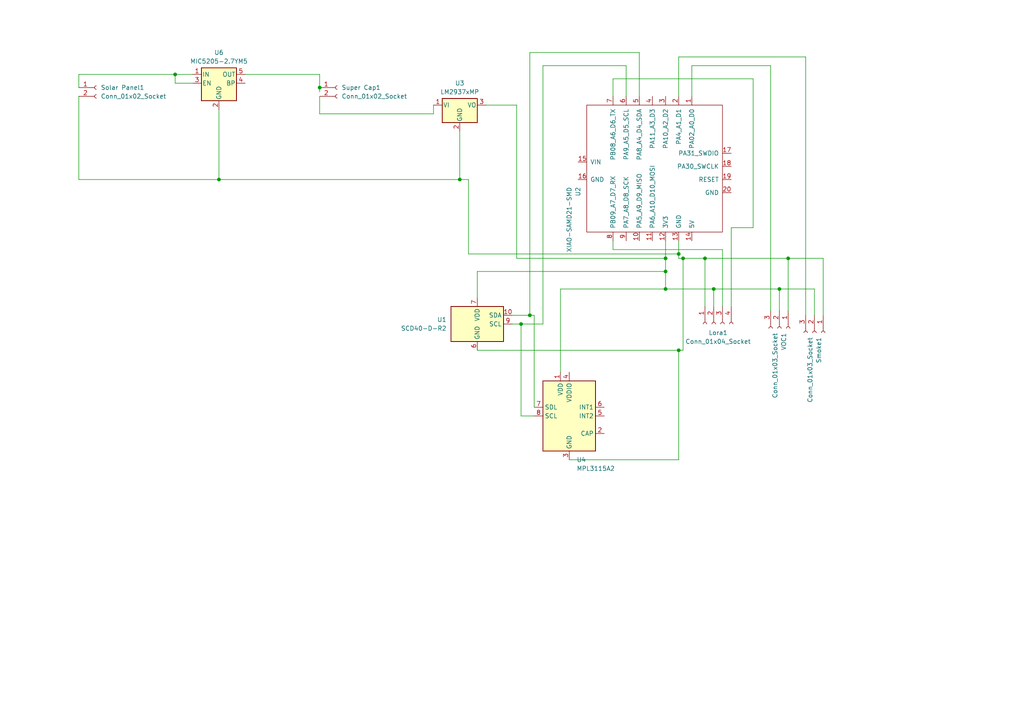
<source format=kicad_sch>
(kicad_sch (version 20250114) (generator "eeschema") (generator_version "9.0")
  (paper "A4")
  (lib_symbols
    (symbol "Connector:Conn_01x02_Socket" (pin_names (offset 1.016) (hide yes))
      (property "Reference" "J" (at 0 2.54 0))
      (property "Value" "Conn_01x02_Socket" (at 0 -5.08 0))
      (symbol "Conn_01x02_Socket_1_1"
        (polyline (pts (xy -1.27 0) (xy -0.508 0)) (stroke (width 0.1524)))
        (polyline (pts (xy -1.27 -2.54) (xy -0.508 -2.54)) (stroke (width 0.1524)))
        (arc (start 0 -0.508) (mid -0.5058 0) (end 0 0.508) (stroke (width 0.1524)))
        (arc (start 0 -3.048) (mid -0.5058 -2.54) (end 0 -2.032) (stroke (width 0.1524)))
        (pin passive line (at -5.08 0 0) (length 3.81) (name "Pin_1") (number "1"))
        (pin passive line (at -5.08 -2.54 0) (length 3.81) (name "Pin_2") (number "2"))
      )
    )
    (symbol "Connector:Conn_01x03_Socket" (pin_names (offset 1.016) (hide yes))
      (property "Reference" "J" (at 0 5.08 0))
      (property "Value" "Conn_01x03_Socket" (at 0 -5.08 0))
      (symbol "Conn_01x03_Socket_1_1"
        (polyline (pts (xy -1.27 2.54) (xy -0.508 2.54)) (stroke (width 0.1524)))
        (polyline (pts (xy -1.27 0) (xy -0.508 0)) (stroke (width 0.1524)))
        (polyline (pts (xy -1.27 -2.54) (xy -0.508 -2.54)) (stroke (width 0.1524)))
        (arc (start 0 2.032) (mid -0.5058 2.54) (end 0 3.048) (stroke (width 0.1524)))
        (arc (start 0 -0.508) (mid -0.5058 0) (end 0 0.508) (stroke (width 0.1524)))
        (arc (start 0 -3.048) (mid -0.5058 -2.54) (end 0 -2.032) (stroke (width 0.1524)))
        (pin passive line (at -5.08 2.54 0) (length 3.81) (name "Pin_1") (number "1"))
        (pin passive line (at -5.08 0 0) (length 3.81) (name "Pin_2") (number "2"))
        (pin passive line (at -5.08 -2.54 0) (length 3.81) (name "Pin_3") (number "3"))
      )
    )
    (symbol "Connector:Conn_01x04_Socket" (pin_names (offset 1.016) (hide yes))
      (property "Reference" "J" (at 0 5.08 0))
      (property "Value" "Conn_01x04_Socket" (at 0 -7.62 0))
      (symbol "Conn_01x04_Socket_1_1"
        (polyline (pts (xy -1.27 2.54) (xy -0.508 2.54)) (stroke (width 0.1524)))
        (polyline (pts (xy -1.27 0) (xy -0.508 0)) (stroke (width 0.1524)))
        (polyline (pts (xy -1.27 -2.54) (xy -0.508 -2.54)) (stroke (width 0.1524)))
        (polyline (pts (xy -1.27 -5.08) (xy -0.508 -5.08)) (stroke (width 0.1524)))
        (arc (start 0 2.032) (mid -0.5058 2.54) (end 0 3.048) (stroke (width 0.1524)))
        (arc (start 0 -0.508) (mid -0.5058 0) (end 0 0.508) (stroke (width 0.1524)))
        (arc (start 0 -3.048) (mid -0.5058 -2.54) (end 0 -2.032) (stroke (width 0.1524)))
        (arc (start 0 -5.588) (mid -0.5058 -5.08) (end 0 -4.572) (stroke (width 0.1524)))
        (pin passive line (at -5.08 2.54 0) (length 3.81) (name "Pin_1") (number "1"))
        (pin passive line (at -5.08 0 0) (length 3.81) (name "Pin_2") (number "2"))
        (pin passive line (at -5.08 -2.54 0) (length 3.81) (name "Pin_3") (number "3"))
        (pin passive line (at -5.08 -5.08 0) (length 3.81) (name "Pin_4") (number "4"))
      )
    )
    (symbol "Regulator_Linear:LM2937xMP" (pin_names (offset 0.254))
      (property "Reference" "U" (at -3.81 3.175 0))
      (property "Value" "LM2937xMP" (at 0 3.175 0))
      (symbol "LM2937xMP_0_1"
        (rectangle (start -5.08 -5.08) (end 5.08 1.905) (stroke (width 0.254)) (fill (type background)))
      )
      (symbol "LM2937xMP_1_1"
        (pin power_in line (at -7.62 0 0) (length 2.54) (name "VI") (number "1"))
        (pin power_in line (at 0 -7.62 90) (length 2.54) (name "GND") (number "2"))
        (pin power_out line (at 7.62 0 180) (length 2.54) (name "VO") (number "3"))
      )
    )
    (symbol "Regulator_Linear:MIC5205-2.7YM5" (pin_names (offset 0.254))
      (property "Reference" "U" (at -3.81 5.715 0))
      (property "Value" "MIC5205-2.7YM5" (at 0 5.715 0))
      (symbol "MIC5205-2.7YM5_0_1"
        (rectangle (start -5.08 4.445) (end 5.08 -5.08) (stroke (width 0.254)) (fill (type background)))
      )
      (symbol "MIC5205-2.7YM5_1_1"
        (pin power_in line (at -7.62 2.54 0) (length 2.54) (name "IN") (number "1"))
        (pin input line (at -7.62 0 0) (length 2.54) (name "EN") (number "3"))
        (pin power_in line (at 0 -7.62 90) (length 2.54) (name "GND") (number "2"))
        (pin power_out line (at 7.62 2.54 180) (length 2.54) (name "OUT") (number "5"))
        (pin input line (at 7.62 0 180) (length 2.54) (name "BP") (number "4"))
      )
    )
    (symbol "Seeed_Studio_XIAO_Series:XIAO-SAMD21-SMD" (pin_names (offset 1.016))
      (property "Reference" "U" (at -18.542 23.114 0))
      (property "Value" "XIAO-SAMD21-SMD" (at -9.906 21.336 0))
      (symbol "XIAO-SAMD21-SMD_0_1"
        (rectangle (start -19.05 20.32) (end 17.78 -19.05))
      )
      (symbol "XIAO-SAMD21-SMD_1_1"
        (pin passive line (at -21.59 11.43 0) (length 2.54) (name "PA02_A0_D0") (number "1"))
        (pin passive line (at -21.59 7.62 0) (length 2.54) (name "PA4_A1_D1") (number "2"))
        (pin passive line (at -21.59 3.81 0) (length 2.54) (name "PA10_A2_D2") (number "3"))
        (pin passive line (at -21.59 0 0) (length 2.54) (name "PA11_A3_D3") (number "4"))
        (pin passive line (at -21.59 -3.81 0) (length 2.54) (name "PA8_A4_D4_SDA") (number "5"))
        (pin passive line (at -21.59 -7.62 0) (length 2.54) (name "PA9_A5_D5_SCL") (number "6"))
        (pin passive line (at -21.59 -11.43 0) (length 2.54) (name "PB08_A6_D6_TX") (number "7"))
        (pin passive line (at -5.08 22.86 270) (length 2.54) (name "PA31_SWDIO") (number "17"))
        (pin passive line (at -2.54 -21.59 90) (length 2.54) (name "VIN") (number "15"))
        (pin passive line (at -1.27 22.86 270) (length 2.54) (name "PA30_SWCLK") (number "18"))
        (pin passive line (at 2.54 22.86 270) (length 2.54) (name "RESET") (number "19"))
        (pin passive line (at 2.54 -21.59 90) (length 2.54) (name "GND") (number "16"))
        (pin passive line (at 6.35 22.86 270) (length 2.54) (name "GND") (number "20"))
        (pin passive line (at 20.32 11.43 180) (length 2.54) (name "5V") (number "14"))
        (pin passive line (at 20.32 7.62 180) (length 2.54) (name "GND") (number "13"))
        (pin passive line (at 20.32 3.81 180) (length 2.54) (name "3V3") (number "12"))
        (pin passive line (at 20.32 0 180) (length 2.54) (name "PA6_A10_D10_MOSI") (number "11"))
        (pin passive line (at 20.32 -3.81 180) (length 2.54) (name "PA5_A9_D9_MISO") (number "10"))
        (pin passive line (at 20.32 -7.62 180) (length 2.54) (name "PA7_A8_D8_SCK") (number "9"))
        (pin passive line (at 20.32 -11.43 180) (length 2.54) (name "PB09_A7_D7_RX") (number "8"))
      )
    )
    (symbol "Sensor_Gas:SCD40-D-R2"
      (property "Reference" "U" (at -7.62 6.35 0))
      (property "Value" "SCD40-D-R2" (at 6.985 6.35 0))
      (symbol "SCD40-D-R2_0_1"
        (rectangle (start 7.62 5.08) (end -7.62 -5.08) (stroke (width 0.254)) (fill (type background)))
      )
      (symbol "SCD40-D-R2_1_1"
        (pin passive line (at 0 7.62 270) (length 2.54) (hide yes) (name "VDD") (number "19"))
        (pin power_in line (at 0 7.62 270) (length 2.54) (name "VDD") (number "7"))
        (pin passive line (at 0 -7.62 90) (length 2.54) (hide yes) (name "GND") (number "20"))
        (pin passive line (at 0 -7.62 90) (length 2.54) (hide yes) (name "GND") (number "21"))
        (pin power_in line (at 0 -7.62 90) (length 2.54) (name "GND") (number "6"))
        (pin bidirectional line (at 10.16 2.54 180) (length 2.54) (name "SDA") (number "10"))
        (pin input line (at 10.16 0 180) (length 2.54) (name "SCL") (number "9"))
      )
    )
    (symbol "Sensor_Pressure:MPL3115A2"
      (property "Reference" "U" (at -6.35 11.43 0))
      (property "Value" "MPL3115A2" (at 6.35 11.43 0))
      (symbol "MPL3115A2_0_1"
        (rectangle (start 7.62 10.16) (end -7.62 -10.16) (stroke (width 0.254)) (fill (type background)))
      )
      (symbol "MPL3115A2_1_1"
        (pin bidirectional line (at -10.16 2.54 0) (length 2.54) (name "SDL") (number "7"))
        (pin input line (at -10.16 0 0) (length 2.54) (name "SCL") (number "8"))
        (pin power_in line (at -2.54 12.7 270) (length 2.54) (name "VDD") (number "1"))
        (pin power_in line (at 0 12.7 270) (length 2.54) (name "VDDIO") (number "4"))
        (pin power_in line (at 0 -12.7 90) (length 2.54) (name "GND") (number "3"))
        (pin open_collector line (at 10.16 2.54 180) (length 2.54) (name "INT1") (number "6"))
        (pin open_collector line (at 10.16 0 180) (length 2.54) (name "INT2") (number "5"))
        (pin passive line (at 10.16 -5.08 180) (length 2.54) (name "CAP") (number "2"))
      )
    )
  )
  (junction (at 196.85 73.66))
  (junction (at 92.71 25.4))
  (junction (at 63.5 52.07))
  (junction (at 204.47 74.93))
  (junction (at 226.06 83.82))
  (junction (at 153.67 91.44))
  (junction (at 193.04 78.74))
  (junction (at 133.35 52.07))
  (junction (at 193.04 83.82))
  (junction (at 196.85 101.6))
  (junction (at 193.04 74.93))
  (junction (at 151.13 93.98))
  (junction (at 198.12 74.93))
  (junction (at 228.6 74.93))
  (junction (at 207.01 83.82))
  (junction (at 50.8 21.59))
  (wire (pts (xy 198.12 74.93) (xy 198.12 101.6)))
  (wire (pts (xy 226.06 83.82) (xy 236.22 83.82)))
  (wire (pts (xy 236.22 91.44) (xy 236.22 83.82)))
  (wire (pts (xy 22.86 52.07) (xy 22.86 27.94)))
  (wire (pts (xy 223.52 19.05) (xy 200.66 19.05)))
  (wire (pts (xy 153.67 91.44) (xy 154.94 91.44)))
  (wire (pts (xy 228.6 90.17) (xy 228.6 74.93)))
  (wire (pts (xy 149.86 74.93) (xy 149.86 30.48)))
  (wire (pts (xy 212.09 88.9) (xy 212.09 66.04)))
  (wire (pts (xy 153.67 15.24) (xy 185.42 15.24)))
  (wire (pts (xy 207.01 83.82) (xy 193.04 83.82)))
  (wire (pts (xy 92.71 27.94) (xy 92.71 33.02)))
  (wire (pts (xy 196.85 133.35) (xy 196.85 101.6)))
  (wire (pts (xy 135.89 52.07) (xy 135.89 73.66)))
  (wire (pts (xy 196.85 73.66) (xy 196.85 69.85)))
  (wire (pts (xy 165.1 133.35) (xy 196.85 133.35)))
  (wire (pts (xy 209.55 72.39) (xy 177.8 72.39)))
  (wire (pts (xy 154.94 120.65) (xy 151.13 120.65)))
  (wire (pts (xy 207.01 88.9) (xy 207.01 83.82)))
  (wire (pts (xy 212.09 66.04) (xy 218.44 66.04)))
  (wire (pts (xy 196.85 16.51) (xy 196.85 27.94)))
  (wire (pts (xy 133.35 52.07) (xy 63.5 52.07)))
  (wire (pts (xy 207.01 83.82) (xy 226.06 83.82)))
  (wire (pts (xy 148.59 91.44) (xy 153.67 91.44)))
  (wire (pts (xy 181.61 19.05) (xy 181.61 27.94)))
  (wire (pts (xy 50.8 21.59) (xy 55.88 21.59)))
  (wire (pts (xy 218.44 22.86) (xy 177.8 22.86)))
  (wire (pts (xy 92.71 33.02) (xy 125.73 33.02)))
  (wire (pts (xy 140.97 30.48) (xy 149.86 30.48)))
  (wire (pts (xy 196.85 101.6) (xy 198.12 101.6)))
  (wire (pts (xy 233.68 16.51) (xy 196.85 16.51)))
  (wire (pts (xy 238.76 91.44) (xy 238.76 74.93)))
  (wire (pts (xy 177.8 72.39) (xy 177.8 69.85)))
  (wire (pts (xy 193.04 78.74) (xy 138.43 78.74)))
  (wire (pts (xy 162.56 83.82) (xy 193.04 83.82)))
  (wire (pts (xy 92.71 21.59) (xy 92.71 25.4)))
  (wire (pts (xy 196.85 74.93) (xy 196.85 73.66)))
  (wire (pts (xy 226.06 90.17) (xy 226.06 83.82)))
  (wire (pts (xy 153.67 91.44) (xy 153.67 15.24)))
  (wire (pts (xy 63.5 31.75) (xy 63.5 52.07)))
  (wire (pts (xy 204.47 74.93) (xy 228.6 74.93)))
  (wire (pts (xy 198.12 74.93) (xy 196.85 74.93)))
  (wire (pts (xy 55.88 24.13) (xy 50.8 24.13)))
  (wire (pts (xy 149.86 74.93) (xy 193.04 74.93)))
  (wire (pts (xy 177.8 22.86) (xy 177.8 27.94)))
  (wire (pts (xy 218.44 66.04) (xy 218.44 22.86)))
  (wire (pts (xy 22.86 25.4) (xy 22.86 21.59)))
  (wire (pts (xy 223.52 90.17) (xy 223.52 19.05)))
  (wire (pts (xy 125.73 33.02) (xy 125.73 30.48)))
  (wire (pts (xy 157.48 19.05) (xy 181.61 19.05)))
  (wire (pts (xy 148.59 93.98) (xy 151.13 93.98)))
  (wire (pts (xy 151.13 120.65) (xy 151.13 93.98)))
  (wire (pts (xy 71.12 21.59) (xy 92.71 21.59)))
  (wire (pts (xy 228.6 74.93) (xy 238.76 74.93)))
  (wire (pts (xy 154.94 118.11) (xy 154.94 91.44)))
  (wire (pts (xy 233.68 91.44) (xy 233.68 16.51)))
  (wire (pts (xy 63.5 52.07) (xy 22.86 52.07)))
  (wire (pts (xy 193.04 74.93) (xy 193.04 78.74)))
  (wire (pts (xy 133.35 38.1) (xy 133.35 52.07)))
  (wire (pts (xy 135.89 52.07) (xy 133.35 52.07)))
  (wire (pts (xy 204.47 74.93) (xy 198.12 74.93)))
  (wire (pts (xy 138.43 78.74) (xy 138.43 86.36)))
  (wire (pts (xy 151.13 93.98) (xy 157.48 93.98)))
  (wire (pts (xy 50.8 24.13) (xy 50.8 21.59)))
  (wire (pts (xy 92.71 25.4) (xy 92.71 26.67)))
  (wire (pts (xy 157.48 93.98) (xy 157.48 19.05)))
  (wire (pts (xy 193.04 78.74) (xy 193.04 83.82)))
  (wire (pts (xy 162.56 107.95) (xy 162.56 83.82)))
  (wire (pts (xy 204.47 88.9) (xy 204.47 74.93)))
  (wire (pts (xy 200.66 19.05) (xy 200.66 27.94)))
  (wire (pts (xy 209.55 88.9) (xy 209.55 72.39)))
  (wire (pts (xy 185.42 15.24) (xy 185.42 27.94)))
  (wire (pts (xy 138.43 101.6) (xy 196.85 101.6)))
  (wire (pts (xy 22.86 21.59) (xy 50.8 21.59)))
  (wire (pts (xy 196.85 73.66) (xy 135.89 73.66)))
  (wire (pts (xy 193.04 69.85) (xy 193.04 74.93)))
  (symbol (lib_id "Connector:Conn_01x02_Socket") (at 97.79 25.4 0) (unit 1)
    (property "Reference" "Super Cap1" (at 99.06 25.3999 0) (effects (justify left)))
    (property "Value" "Conn_01x02_Socket" (at 99.06 27.9399 0) (effects (justify left)))
    (property "Footprint" "Connector_JST:JST_XA_B02B-XASK-1-A_1x02_P2.50mm_Vertical" (effects (hide yes)))
    (property "Description" "Generic connector, single row, 01x02, script generated" (effects (hide yes)))
  )
  (symbol (lib_id "Seeed_Studio_XIAO_Series:XIAO-SAMD21-SMD") (at 189.23 49.53 270) (unit 1)
    (property "Reference" "U2" (at 167.64 54.2133 0) (effects (justify left)))
    (property "Value" "XIAO-SAMD21-SMD" (at 165.1 54.2133 0) (effects (justify left)))
    (property "Footprint" "THIS ONE:XIAO-SAMD21-SMD" (effects (hide yes)))
  )
  (symbol (lib_id "Connector:Conn_01x03_Socket") (at 226.06 95.25 270) (unit 1)
    (property "Reference" "VOC1" (at 227.3301 96.52 0) (effects (justify left)))
    (property "Value" "Conn_01x03_Socket" (at 224.7901 96.52 0) (effects (justify left)))
    (property "Footprint" "Connector:FanPinHeader_1x03_P2.54mm_Vertical" (effects (hide yes)))
    (property "Description" "Generic connector, single row, 01x03, script generated" (effects (hide yes)))
  )
  (symbol (lib_id "Connector:Conn_01x02_Socket") (at 27.94 25.4 0) (unit 1)
    (property "Reference" "Solar Panel1" (at 29.21 25.3999 0) (effects (justify left)))
    (property "Value" "Conn_01x02_Socket" (at 29.21 27.9399 0) (effects (justify left)))
    (property "Footprint" "Connector_JST:JST_XA_B02B-XASK-1-A_1x02_P2.50mm_Vertical" (effects (hide yes)))
    (property "Description" "Generic connector, single row, 01x02, script generated" (effects (hide yes)))
  )
  (symbol (lib_id "Regulator_Linear:LM2937xMP") (at 133.35 30.48 0) (unit 1)
    (property "Reference" "U3" (at 133.35 24.13 0))
    (property "Value" "LM2937xMP" (at 133.35 26.67 0))
    (property "Footprint" "Package_TO_SOT_SMD:SOT-223-3_TabPin2" (effects (hide yes)))
    (property "Datasheet" "http://www.ti.com/lit/ds/symlink/lm2937.pdf" (effects (hide yes)))
    (property "Description" "500-mA Low Dropout Regulator, SOT-223" (effects (hide yes)))
  )
  (symbol (lib_id "Sensor_Pressure:MPL3115A2") (at 165.1 120.65 0) (unit 1)
    (property "Reference" "U4" (at 167.2433 133.35 0) (effects (justify left)))
    (property "Value" "MPL3115A2" (at 167.2433 135.89 0) (effects (justify left)))
    (property "Footprint" "Package_LGA:NXP_LGA-8_3x5mm_P1.25mm_H1.1mm" (effects (hide yes)))
    (property "Datasheet" "https://www.nxp.com/docs/en/data-sheet/MPL3115A2.pdf" (effects (hide yes)))
    (property "Description" "I2C precision pressure sensor with altimetry, LGA-8" (effects (hide yes)))
  )
  (symbol (lib_id "Regulator_Linear:MIC5205-2.7YM5") (at 63.5 24.13 0) (unit 1)
    (property "Reference" "U6" (at 63.5 15.24 0))
    (property "Value" "MIC5205-2.7YM5" (at 63.5 17.78 0))
    (property "Footprint" "Package_TO_SOT_SMD:SOT-23-5" (effects (hide yes)))
    (property "Datasheet" "http://ww1.microchip.com/downloads/en/DeviceDoc/20005785A.pdf" (effects (hide yes)))
    (property "Description" "150mA low dropout linear regulator, fixed 2.7V output, SOT-23-5" (effects (hide yes)))
  )
  (symbol (lib_id "Sensor_Gas:SCD40-D-R2") (at 138.43 93.98 0) (unit 1)
    (property "Reference" "U1" (at 129.54 92.7099 0) (effects (justify right)))
    (property "Value" "SCD40-D-R2" (at 129.54 95.2499 0) (effects (justify right)))
    (property "Footprint" "Sensor:Sensirion_SCD4x-1EP_10.1x10.1mm_P1.25mm_EP4.8x4.8mm" (effects (hide yes)))
    (property "Datasheet" "https://sensirion.com/media/documents/E0F04247/631EF271/CD_DS_SCD40_SCD41_Datasheet_D1.pdf" (effects (hide yes)))
    (property "Description" "Photoacoustic CO2 sensor, 40 000 ppm, I2C, 2.4-5.5 V, Base accuracy  400 - 2000 ppm" (effects (hide yes)))
  )
  (symbol (lib_id "Connector:Conn_01x04_Socket") (at 207.01 93.98 90) (mirror x) (unit 1)
    (property "Reference" "Lora1" (at 208.28 96.52 90))
    (property "Value" "Conn_01x04_Socket" (at 208.28 99.06 90))
    (property "Footprint" "Connector_JST:JST_EH_B4B-EH-A_1x04_P2.50mm_Vertical" (effects (hide yes)))
    (property "Description" "Generic connector, single row, 01x04, script generated" (effects (hide yes)))
  )
  (symbol (lib_id "Connector:Conn_01x03_Socket") (at 236.22 96.52 270) (unit 1)
    (property "Reference" "Smoke1" (at 237.4901 97.79 0) (effects (justify left)))
    (property "Value" "Conn_01x03_Socket" (at 234.9501 97.79 0) (effects (justify left)))
    (property "Footprint" "Connector:FanPinHeader_1x03_P2.54mm_Vertical" (effects (hide yes)))
    (property "Description" "Generic connector, single row, 01x03, script generated" (effects (hide yes)))
  )
)
</source>
